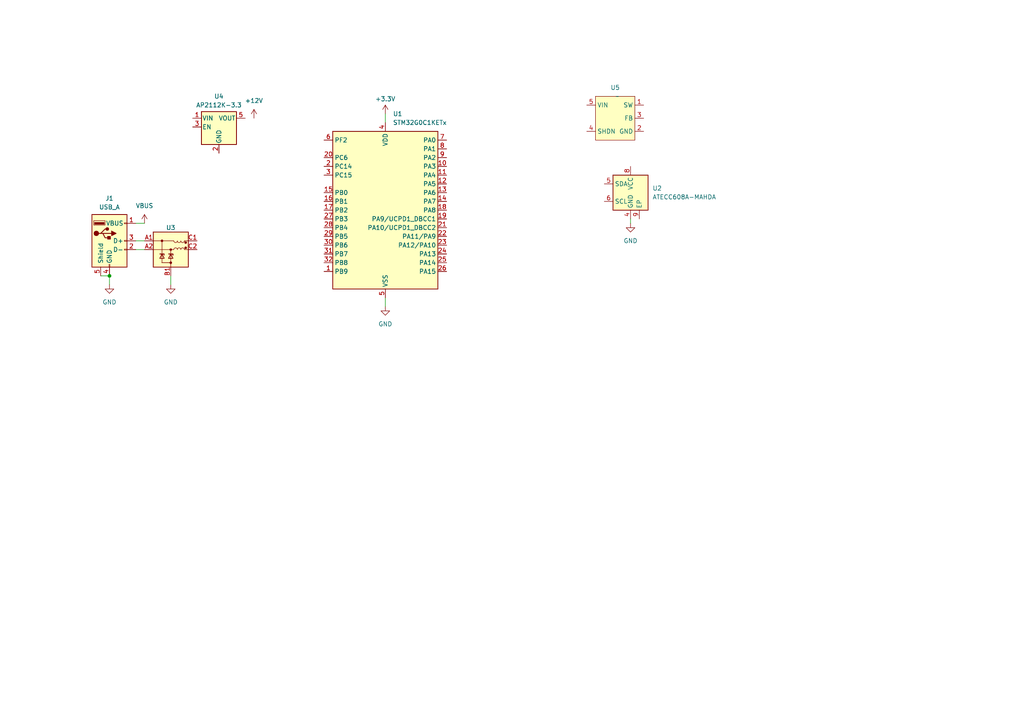
<source format=kicad_sch>
(kicad_sch (version 20230121) (generator eeschema)
  (paper "A4")
  (lib_symbols
    (symbol "Connector:USB_A" (pin_names (offset 1.016))
      (property "Reference" "J" (at -5.08 11.43 0))
      (property "Value" "USB_A" (at -5.08 8.89 0))
      (symbol "USB_A_0_1"
        (rectangle (start -5.08 -7.62) (end 5.08 7.62) (stroke (width 0.254)) (fill (type background)))
        (circle (center -3.81 2.159) (radius 0.635) (stroke (width 0.254)) (fill (type outline)))
        (rectangle (start -1.524 4.826) (end -4.318 5.334) (fill (type outline)))
        (rectangle (start -1.27 4.572) (end -4.572 5.842))
        (circle (center -0.635 3.429) (radius 0.381) (stroke (width 0.254)) (fill (type outline)))
        (rectangle (start -0.127 -7.62) (end 0.127 -6.858))
        (polyline (pts (xy -3.175 2.159) (xy -2.54 2.159) (xy -1.27 3.429) (xy -0.635 3.429)) (stroke (width 0.254)))
        (polyline (pts (xy -2.54 2.159) (xy -1.905 2.159) (xy -1.27 0.889) (xy 0 0.889)) (stroke (width 0.254)))
        (polyline (pts (xy 0.635 2.794) (xy 0.635 1.524) (xy 1.905 2.159) (xy 0.635 2.794)) (stroke (width 0.254)) (fill (type outline)))
        (rectangle (start 0.254 1.27) (end -0.508 0.508) (stroke (width 0.254)) (fill (type outline)))
        (rectangle (start 5.08 -2.667) (end 4.318 -2.413))
        (rectangle (start 5.08 -0.127) (end 4.318 0.127))
        (rectangle (start 5.08 4.953) (end 4.318 5.207))
      )
      (symbol "USB_A_1_1"
        (polyline (pts (xy -1.905 2.159) (xy 0.635 2.159)) (stroke (width 0.254)))
        (pin power_in line (at 7.62 5.08 180) (length 2.54) (name "VBUS") (number "1"))
        (pin bidirectional line (at 7.62 -2.54 180) (length 2.54) (name "D-") (number "2"))
        (pin bidirectional line (at 7.62 0 180) (length 2.54) (name "D+") (number "3"))
        (pin power_in line (at 0 -10.16 90) (length 2.54) (name "GND") (number "4"))
        (pin passive line (at -2.54 -10.16 90) (length 2.54) (name "Shield") (number "5"))
      )
    )
    (symbol "MCU_ST_STM32G0:STM32G0C1KETx"
      (property "Reference" "U" (at -15.24 24.13 0))
      (property "Value" "STM32G0C1KETx" (at 2.54 24.13 0))
      (symbol "STM32G0C1KETx_0_1"
        (rectangle (start -15.24 -22.86) (end 15.24 22.86) (stroke (width 0.254)) (fill (type background)))
      )
      (symbol "STM32G0C1KETx_1_1"
        (pin bidirectional line (at -17.78 -17.78 0) (length 2.54) (name "PB9") (number "1"))
        (pin bidirectional line (at 17.78 12.7 180) (length 2.54) (name "PA3") (number "10"))
        (pin bidirectional line (at 17.78 10.16 180) (length 2.54) (name "PA4") (number "11"))
        (pin bidirectional line (at 17.78 7.62 180) (length 2.54) (name "PA5") (number "12"))
        (pin bidirectional line (at 17.78 5.08 180) (length 2.54) (name "PA6") (number "13"))
        (pin bidirectional line (at 17.78 2.54 180) (length 2.54) (name "PA7") (number "14"))
        (pin bidirectional line (at -17.78 5.08 0) (length 2.54) (name "PB0") (number "15"))
        (pin bidirectional line (at -17.78 2.54 0) (length 2.54) (name "PB1") (number "16"))
        (pin bidirectional line (at -17.78 0 0) (length 2.54) (name "PB2") (number "17"))
        (pin bidirectional line (at 17.78 0 180) (length 2.54) (name "PA8") (number "18"))
        (pin bidirectional line (at 17.78 -2.54 180) (length 2.54) (name "PA9/UCPD1_DBCC1") (number "19"))
        (pin bidirectional line (at -17.78 12.7 0) (length 2.54) (name "PC14") (number "2"))
        (pin bidirectional line (at -17.78 15.24 0) (length 2.54) (name "PC6") (number "20"))
        (pin bidirectional line (at 17.78 -5.08 180) (length 2.54) (name "PA10/UCPD1_DBCC2") (number "21"))
        (pin bidirectional line (at 17.78 -7.62 180) (length 2.54) (name "PA11/PA9") (number "22"))
        (pin bidirectional line (at 17.78 -10.16 180) (length 2.54) (name "PA12/PA10") (number "23"))
        (pin bidirectional line (at 17.78 -12.7 180) (length 2.54) (name "PA13") (number "24"))
        (pin bidirectional line (at 17.78 -15.24 180) (length 2.54) (name "PA14") (number "25"))
        (pin bidirectional line (at 17.78 -17.78 180) (length 2.54) (name "PA15") (number "26"))
        (pin bidirectional line (at -17.78 -2.54 0) (length 2.54) (name "PB3") (number "27"))
        (pin bidirectional line (at -17.78 -5.08 0) (length 2.54) (name "PB4") (number "28"))
        (pin bidirectional line (at -17.78 -7.62 0) (length 2.54) (name "PB5") (number "29"))
        (pin bidirectional line (at -17.78 10.16 0) (length 2.54) (name "PC15") (number "3"))
        (pin bidirectional line (at -17.78 -10.16 0) (length 2.54) (name "PB6") (number "30"))
        (pin bidirectional line (at -17.78 -12.7 0) (length 2.54) (name "PB7") (number "31"))
        (pin bidirectional line (at -17.78 -15.24 0) (length 2.54) (name "PB8") (number "32"))
        (pin power_in line (at 0 25.4 270) (length 2.54) (name "VDD") (number "4"))
        (pin power_in line (at 0 -25.4 90) (length 2.54) (name "VSS") (number "5"))
        (pin bidirectional line (at -17.78 20.32 0) (length 2.54) (name "PF2") (number "6"))
        (pin bidirectional line (at 17.78 20.32 180) (length 2.54) (name "PA0") (number "7"))
        (pin bidirectional line (at 17.78 17.78 180) (length 2.54) (name "PA1") (number "8"))
        (pin bidirectional line (at 17.78 15.24 180) (length 2.54) (name "PA2") (number "9"))
      )
    )
    (symbol "Regulator_Linear:AP2112K-3.3" (pin_names (offset 0.254))
      (property "Reference" "U" (at -5.08 5.715 0))
      (property "Value" "AP2112K-3.3" (at 0 5.715 0))
      (symbol "AP2112K-3.3_0_1"
        (rectangle (start -5.08 4.445) (end 5.08 -5.08) (stroke (width 0.254)) (fill (type background)))
      )
      (symbol "AP2112K-3.3_1_1"
        (pin power_in line (at -7.62 2.54 0) (length 2.54) (name "VIN") (number "1"))
        (pin power_in line (at 0 -7.62 90) (length 2.54) (name "GND") (number "2"))
        (pin input line (at -7.62 0 0) (length 2.54) (name "EN") (number "3"))
        (pin no_connect line (at 5.08 0 180) (length 2.54) hide (name "NC") (number "4"))
        (pin power_out line (at 7.62 2.54 180) (length 2.54) (name "VOUT") (number "5"))
      )
    )
    (symbol "Security:ATECC608A-MAHDA"
      (property "Reference" "U" (at 3.81 6.35 0))
      (property "Value" "ATECC608A-MAHDA" (at 10.16 -6.35 0))
      (symbol "ATECC608A-MAHDA_0_1"
        (rectangle (start -5.08 5.08) (end 5.08 -5.08) (stroke (width 0.254)) (fill (type background)))
      )
      (symbol "ATECC608A-MAHDA_1_1"
        (pin no_connect line (at -5.08 2.54 0) (length 2.54) hide (name "NC") (number "1"))
        (pin no_connect line (at -5.08 0 0) (length 2.54) hide (name "NC") (number "2"))
        (pin no_connect line (at -5.08 -2.54 0) (length 2.54) hide (name "NC") (number "3"))
        (pin power_in line (at 0 -7.62 90) (length 2.54) (name "GND") (number "4"))
        (pin bidirectional line (at 7.62 2.54 180) (length 2.54) (name "SDA") (number "5"))
        (pin input line (at 7.62 -2.54 180) (length 2.54) (name "SCL") (number "6"))
        (pin no_connect line (at 5.08 0 180) (length 2.54) hide (name "NC") (number "7"))
        (pin power_in line (at 0 7.62 270) (length 2.54) (name "VCC") (number "8"))
        (pin input line (at -2.54 -7.62 90) (length 2.54) (name "EP") (number "9"))
      )
    )
    (symbol "flyvision_ic:FAN5331SX"
      (property "Reference" "U" (at 1.27 1.27 0))
      (symbol "FAN5331SX_1_1"
        (rectangle (start -6.35 0) (end 5.08 -12.7) (fill (type background)))
        (pin power_out line (at 7.62 -2.54 180) (length 2.54) (name "SW") (number "1"))
        (pin power_in line (at 7.62 -10.16 180) (length 2.54) (name "GND") (number "2"))
        (pin input line (at 7.62 -6.35 180) (length 2.54) (name "FB") (number "3"))
        (pin input line (at -8.89 -10.16 0) (length 2.54) (name "SHDN") (number "4"))
        (pin power_in line (at -8.89 -2.54 0) (length 2.54) (name "VIN") (number "5"))
      )
    )
    (symbol "flyvision_ic:PCMF1USB3S" (pin_names hide)
      (property "Reference" "U" (at 0 0 0))
      (symbol "PCMF1USB3S_0_1"
        (rectangle (start -5.08 -1.27) (end 5.08 -11.43) (stroke (width 0.254)) (fill (type background)))
        (polyline (pts (xy -5.08 -6.35) (xy 0.889 -6.35)))
        (polyline (pts (xy -5.08 -3.81) (xy 0.889 -3.81)))
        (polyline (pts (xy -2.54 -3.81) (xy -2.54 -10.16)))
        (polyline (pts (xy 0 -6.35) (xy 0 -11.43)))
        (polyline (pts (xy 5.08 -6.35) (xy 3.937 -6.35)))
        (polyline (pts (xy 5.08 -3.81) (xy 3.937 -3.81)))
        (arc (start 0.889 -3.8477) (mid 1.397 -4.3194) (end 1.905 -3.8477))
        (arc (start 1.905 -6.3123) (mid 1.397 -5.8406) (end 0.889 -6.3123))
        (arc (start 1.905 -3.8477) (mid 2.413 -4.3194) (end 2.921 -3.8477))
        (arc (start 2.921 -6.3123) (mid 2.413 -5.8406) (end 1.905 -6.3123))
        (arc (start 2.921 -3.8477) (mid 3.429 -4.3194) (end 3.937 -3.8477))
        (arc (start 3.937 -6.3123) (mid 3.429 -5.8406) (end 2.921 -6.3123))
      )
      (symbol "PCMF1USB3S_1_1"
        (circle (center -2.54 -3.81) (radius 0.254) (fill (type outline)))
        (circle (center -2.54 -3.81) (radius 0.254) (fill (type outline)))
        (circle (center -2.54 -3.81) (radius 0.254) (fill (type outline)))
        (circle (center 0 -10.16) (radius 0.254) (fill (type outline)))
        (circle (center 0 -10.16) (radius 0.254) (fill (type outline)))
        (circle (center 0 -10.16) (radius 0.254) (fill (type outline)))
        (circle (center 0 -6.35) (radius 0.254) (fill (type outline)))
        (circle (center 0 -6.35) (radius 0.254) (fill (type outline)))
        (circle (center 0 -6.35) (radius 0.254) (fill (type outline)))
        (polyline (pts (xy 0 -10.16) (xy -2.54 -10.16)))
        (polyline (pts (xy 0 -10.16) (xy -2.54 -10.16)))
        (polyline (pts (xy 0 -10.16) (xy -2.54 -10.16)))
        (polyline (pts (xy -1.905 -8.001) (xy -1.905 -7.62) (xy -3.175 -7.62)))
        (polyline (pts (xy -1.905 -8.001) (xy -1.905 -7.62) (xy -3.175 -7.62)))
        (polyline (pts (xy -1.905 -8.001) (xy -1.905 -7.62) (xy -3.175 -7.62)))
        (polyline (pts (xy 0.635 -8.001) (xy 0.635 -7.62) (xy -0.635 -7.62)))
        (polyline (pts (xy 0.635 -8.001) (xy 0.635 -7.62) (xy -0.635 -7.62)))
        (polyline (pts (xy 0.635 -8.001) (xy 0.635 -7.62) (xy -0.635 -7.62)))
        (polyline (pts (xy -3.175 -8.89) (xy -1.905 -8.89) (xy -2.54 -7.62) (xy -3.175 -8.89)))
        (polyline (pts (xy -3.175 -8.89) (xy -1.905 -8.89) (xy -2.54 -7.62) (xy -3.175 -8.89)))
        (polyline (pts (xy -3.175 -8.89) (xy -1.905 -8.89) (xy -2.54 -7.62) (xy -3.175 -8.89)))
        (polyline (pts (xy -0.635 -8.89) (xy 0.635 -8.89) (xy 0 -7.62) (xy -0.635 -8.89)))
        (polyline (pts (xy -0.635 -8.89) (xy 0.635 -8.89) (xy 0 -7.62) (xy -0.635 -8.89)))
        (polyline (pts (xy -0.635 -8.89) (xy 0.635 -8.89) (xy 0 -7.62) (xy -0.635 -8.89)))
        (circle (center 4.318 -5.842) (radius 0.254) (fill (type outline)))
        (circle (center 4.318 -5.842) (radius 0.254) (fill (type outline)))
        (circle (center 4.318 -5.842) (radius 0.254) (fill (type outline)))
        (circle (center 4.318 -4.318) (radius 0.254) (fill (type outline)))
        (circle (center 4.318 -4.318) (radius 0.254) (fill (type outline)))
        (circle (center 4.318 -4.318) (radius 0.254) (fill (type outline)))
        (pin passive line (at -7.62 -3.81 0) (length 2.54) (name "CH1_IN+") (number "A1"))
        (pin passive line (at -7.62 -6.35 0) (length 2.54) (name "CH1_IN-") (number "A2"))
        (pin power_in line (at 0 -13.97 90) (length 2.54) (name "GND_CH1") (number "B1"))
        (pin passive line (at 7.62 -3.81 180) (length 2.54) (name "CH1_OUT+") (number "C1"))
        (pin passive line (at 7.62 -6.35 180) (length 2.54) (name "CH1_OUT-") (number "C2"))
      )
    )
    (symbol "power:+12V" (power) (pin_names (offset 0))
      (property "Value" "+12V" (at 0 3.556 0))
      (symbol "+12V_0_1"
        (polyline (pts (xy -0.762 1.27) (xy 0 2.54)))
        (polyline (pts (xy 0 0) (xy 0 2.54)))
        (polyline (pts (xy 0 2.54) (xy 0.762 1.27)))
      )
      (symbol "+12V_1_1"
        (pin power_in line (at 0 0 90) (length 0) hide (name "+12V") (number "1"))
      )
    )
    (symbol "power:+3.3V" (power) (pin_names (offset 0))
      (property "Value" "+3.3V" (at 0 3.556 0))
      (symbol "+3.3V_0_1"
        (polyline (pts (xy -0.762 1.27) (xy 0 2.54)))
        (polyline (pts (xy 0 0) (xy 0 2.54)))
        (polyline (pts (xy 0 2.54) (xy 0.762 1.27)))
      )
      (symbol "+3.3V_1_1"
        (pin power_in line (at 0 0 90) (length 0) hide (name "+3.3V") (number "1"))
      )
    )
    (symbol "power:GND" (power) (pin_names (offset 0))
      (property "Value" "GND" (at 0 -3.81 0))
      (symbol "GND_0_1"
        (polyline (pts (xy 0 0) (xy 0 -1.27) (xy 1.27 -1.27) (xy 0 -2.54) (xy -1.27 -1.27) (xy 0 -1.27)))
      )
      (symbol "GND_1_1"
        (pin power_in line (at 0 0 270) (length 0) hide (name "GND") (number "1"))
      )
    )
    (symbol "power:VBUS" (power) (pin_names (offset 0))
      (property "Value" "VBUS" (at 0 3.81 0))
      (symbol "VBUS_0_1"
        (polyline (pts (xy -0.762 1.27) (xy 0 2.54)))
        (polyline (pts (xy 0 0) (xy 0 2.54)))
        (polyline (pts (xy 0 2.54) (xy 0.762 1.27)))
      )
      (symbol "VBUS_1_1"
        (pin power_in line (at 0 0 90) (length 0) hide (name "VBUS") (number "1"))
      )
    )
  )
  (junction (at 31.75 80.01))
  (wire (pts (xy 41.91 72.39) (xy 39.37 72.39)))
  (wire (pts (xy 49.53 80.01) (xy 49.53 82.55)))
  (wire (pts (xy 182.88 63.5) (xy 182.88 64.77)))
  (wire (pts (xy 29.21 80.01) (xy 31.75 80.01)))
  (wire (pts (xy 41.91 64.77) (xy 39.37 64.77)))
  (wire (pts (xy 41.91 69.85) (xy 39.37 69.85)))
  (wire (pts (xy 111.76 33.02) (xy 111.76 35.56)))
  (wire (pts (xy 31.75 80.01) (xy 31.75 82.55)))
  (wire (pts (xy 111.76 86.36) (xy 111.76 88.9)))
  (symbol (lib_id "MCU_ST_STM32G0:STM32G0C1KETx") (at 111.76 60.96 0) (unit 1)
    (property "Reference" "U1" (at 113.9541 33.02 0) (effects (justify left)))
    (property "Value" "STM32G0C1KETx" (at 113.9541 35.56 0) (effects (justify left)))
    (property "Footprint" "Package_QFP:LQFP-32_7x7mm_P0.8mm" (effects hide))
    (property "Datasheet" "https://www.st.com/resource/en/datasheet/stm32g0c1ke.pdf" (effects hide))
  )
  (symbol (lib_id "Regulator_Linear:AP2112K-3.3") (at 63.5 36.83 0) (unit 1)
    (property "Reference" "U4" (at 63.5 27.94 0))
    (property "Value" "AP2112K-3.3" (at 63.5 30.48 0))
    (property "Footprint" "Package_TO_SOT_SMD:SOT-23-5" (effects hide))
    (property "Datasheet" "https://www.diodes.com/assets/Datasheets/AP2112.pdf" (effects hide))
  )
  (symbol (lib_id "power:+3.3V") (at 111.76 33.02 0) (unit 1)
    (property "Reference" "#PWR01" (effects hide))
    (property "Value" "+3.3V" (at 111.76 28.702 0))
  )
  (symbol (lib_id "power:GND") (at 111.76 88.9 0) (unit 1)
    (property "Reference" "#PWR02" (effects hide))
    (property "Value" "GND" (at 111.76 93.98 0))
  )
  (symbol (lib_id "power:VBUS") (at 41.91 64.77 0) (unit 1)
    (property "Reference" "#PWR06" (effects hide))
    (property "Value" "VBUS" (at 41.91 59.69 0))
  )
  (symbol (lib_id "flyvision_ic:FAN5331SX") (at 179.07 27.94 0) (unit 1)
    (property "Reference" "U5" (at 178.435 25.4 0))
    (property "Value" "~" (at 179.07 27.94 0))
  )
  (symbol (lib_id "power:+12V") (at 73.66 34.29 0) (unit 1)
    (property "Reference" "#PWR07" (effects hide))
    (property "Value" "+12V" (at 73.66 29.21 0))
  )
  (symbol (lib_id "power:GND") (at 182.88 64.77 0) (unit 1)
    (property "Reference" "#PWR05" (effects hide))
    (property "Value" "GND" (at 182.88 69.85 0))
  )
  (symbol (lib_id "Connector:USB_A") (at 31.75 69.85 0) (unit 1)
    (property "Reference" "J1" (at 31.75 57.531 0))
    (property "Value" "USB_A" (at 31.75 60.071 0))
    (property "Datasheet" " ~" (effects hide))
  )
  (symbol (lib_id "Security:ATECC608A-MAHDA") (at 182.88 55.88 0) (mirror y) (unit 1)
    (property "Reference" "U2" (at 189.23 54.61 0) (effects (justify right)))
    (property "Value" "ATECC608A-MAHDA" (at 189.23 57.15 0) (effects (justify right)))
    (property "Footprint" "Package_DFN_QFN:DFN-8-1EP_3x2mm_P0.5mm_EP1.3x1.5mm" (effects hide))
    (property "Datasheet" "http://ww1.microchip.com/downloads/en/DeviceDoc/ATECC608A-CryptoAuthentication-Device-Summary-Data-Sheet-DS40001977B.pdf" (effects hide))
  )
  (symbol (lib_id "power:GND") (at 31.75 82.55 0) (mirror y) (unit 1)
    (property "Reference" "#PWR04" (effects hide))
    (property "Value" "GND" (at 31.75 87.63 0))
  )
  (symbol (lib_id "flyvision_ic:PCMF1USB3S") (at 49.53 66.04 0) (unit 1)
    (property "Reference" "U3" (at 49.53 66.04 0))
    (property "Footprint" "flyvision_ic:Nexperia_WLCSP5" (effects hide))
    (property "Datasheet" "https://assets.nexperia.com/documents/data-sheet/PCMFXUSB3S_SER.pdf" (effects hide))
  )
  (symbol (lib_id "power:GND") (at 49.53 82.55 0) (mirror y) (unit 1)
    (property "Reference" "#PWR03" (effects hide))
    (property "Value" "GND" (at 49.53 87.63 0))
  )
)
</source>
